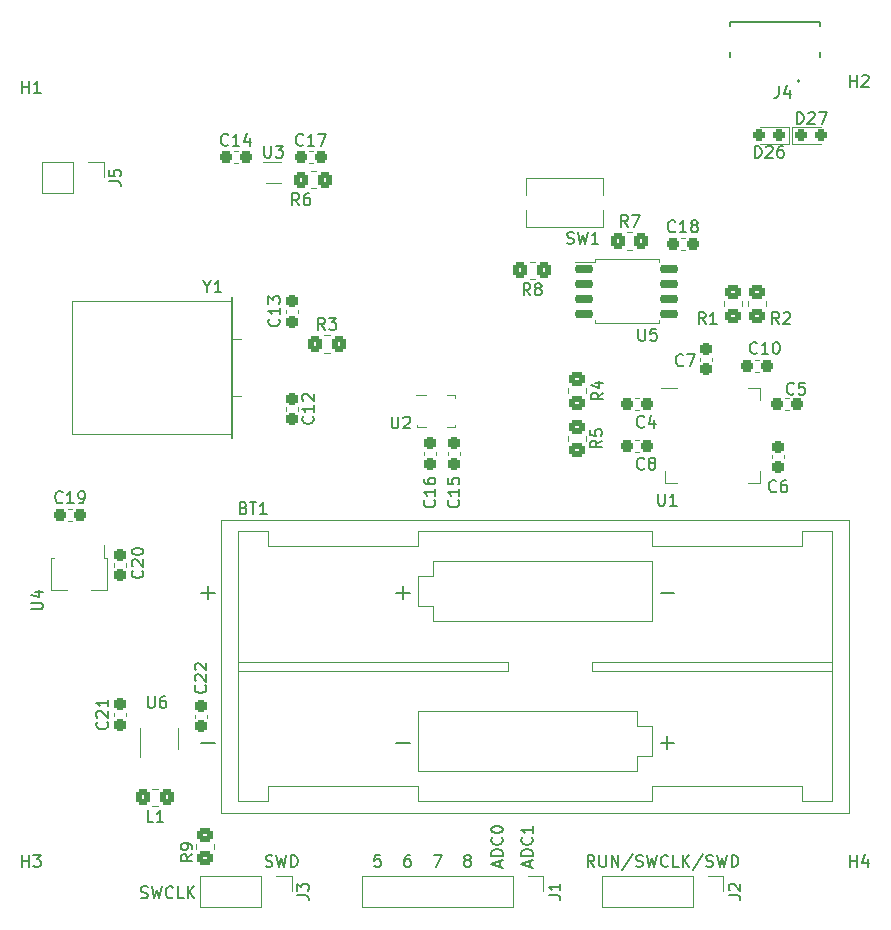
<source format=gto>
G04 #@! TF.GenerationSoftware,KiCad,Pcbnew,(6.0.5)*
G04 #@! TF.CreationDate,2023-03-01T16:26:38-05:00*
G04 #@! TF.ProjectId,control_board,636f6e74-726f-46c5-9f62-6f6172642e6b,rev?*
G04 #@! TF.SameCoordinates,Original*
G04 #@! TF.FileFunction,Legend,Top*
G04 #@! TF.FilePolarity,Positive*
%FSLAX46Y46*%
G04 Gerber Fmt 4.6, Leading zero omitted, Abs format (unit mm)*
G04 Created by KiCad (PCBNEW (6.0.5)) date 2023-03-01 16:26:38*
%MOMM*%
%LPD*%
G01*
G04 APERTURE LIST*
G04 Aperture macros list*
%AMRoundRect*
0 Rectangle with rounded corners*
0 $1 Rounding radius*
0 $2 $3 $4 $5 $6 $7 $8 $9 X,Y pos of 4 corners*
0 Add a 4 corners polygon primitive as box body*
4,1,4,$2,$3,$4,$5,$6,$7,$8,$9,$2,$3,0*
0 Add four circle primitives for the rounded corners*
1,1,$1+$1,$2,$3*
1,1,$1+$1,$4,$5*
1,1,$1+$1,$6,$7*
1,1,$1+$1,$8,$9*
0 Add four rect primitives between the rounded corners*
20,1,$1+$1,$2,$3,$4,$5,0*
20,1,$1+$1,$4,$5,$6,$7,0*
20,1,$1+$1,$6,$7,$8,$9,0*
20,1,$1+$1,$8,$9,$2,$3,0*%
%AMFreePoly0*
4,1,9,5.362500,-0.866500,1.237500,-0.866500,1.237500,-0.450000,-1.237500,-0.450000,-1.237500,0.450000,1.237500,0.450000,1.237500,0.866500,5.362500,0.866500,5.362500,-0.866500,5.362500,-0.866500,$1*%
G04 Aperture macros list end*
%ADD10C,0.150000*%
%ADD11C,0.120000*%
%ADD12C,0.127000*%
%ADD13C,0.200000*%
%ADD14C,0.100000*%
%ADD15C,2.100000*%
%ADD16RoundRect,0.237500X-0.287500X-0.237500X0.287500X-0.237500X0.287500X0.237500X-0.287500X0.237500X0*%
%ADD17RoundRect,0.237500X0.287500X0.237500X-0.287500X0.237500X-0.287500X-0.237500X0.287500X-0.237500X0*%
%ADD18R,1.700000X1.700000*%
%ADD19O,1.700000X1.700000*%
%ADD20C,0.500000*%
%ADD21R,0.400000X1.350000*%
%ADD22R,1.900000X1.900000*%
%ADD23O,0.900000X1.800000*%
%ADD24R,1.600000X1.400000*%
%ADD25RoundRect,0.237500X-0.237500X0.300000X-0.237500X-0.300000X0.237500X-0.300000X0.237500X0.300000X0*%
%ADD26RoundRect,0.237500X-0.300000X-0.237500X0.300000X-0.237500X0.300000X0.237500X-0.300000X0.237500X0*%
%ADD27RoundRect,0.250000X-0.350000X-0.450000X0.350000X-0.450000X0.350000X0.450000X-0.350000X0.450000X0*%
%ADD28R,0.650000X1.560000*%
%ADD29C,3.450000*%
%ADD30R,2.000000X2.000000*%
%ADD31C,2.000000*%
%ADD32R,0.900000X2.300000*%
%ADD33FreePoly0,270.000000*%
%ADD34RoundRect,0.237500X0.237500X-0.300000X0.237500X0.300000X-0.237500X0.300000X-0.237500X-0.300000X0*%
%ADD35RoundRect,0.150000X-0.650000X-0.150000X0.650000X-0.150000X0.650000X0.150000X-0.650000X0.150000X0*%
%ADD36RoundRect,0.250000X0.350000X0.450000X-0.350000X0.450000X-0.350000X-0.450000X0.350000X-0.450000X0*%
%ADD37RoundRect,0.250000X-0.450000X0.350000X-0.450000X-0.350000X0.450000X-0.350000X0.450000X0.350000X0*%
%ADD38R,0.675000X0.250000*%
%ADD39R,0.250000X0.675000*%
%ADD40C,1.500000*%
%ADD41RoundRect,0.237500X0.300000X0.237500X-0.300000X0.237500X-0.300000X-0.237500X0.300000X-0.237500X0*%
%ADD42O,0.875000X0.200000*%
%ADD43O,0.200000X0.875000*%
%ADD44R,3.200000X3.200000*%
%ADD45RoundRect,0.250000X0.450000X-0.350000X0.450000X0.350000X-0.450000X0.350000X-0.450000X-0.350000X0*%
%ADD46RoundRect,0.250000X0.325000X0.450000X-0.325000X0.450000X-0.325000X-0.450000X0.325000X-0.450000X0*%
%ADD47R,0.700000X0.340000*%
%ADD48R,2.108200X0.558800*%
G04 APERTURE END LIST*
D10*
X141509761Y-121800952D02*
X141414523Y-121753333D01*
X141366904Y-121705714D01*
X141319285Y-121610476D01*
X141319285Y-121562857D01*
X141366904Y-121467619D01*
X141414523Y-121420000D01*
X141509761Y-121372380D01*
X141700238Y-121372380D01*
X141795476Y-121420000D01*
X141843095Y-121467619D01*
X141890714Y-121562857D01*
X141890714Y-121610476D01*
X141843095Y-121705714D01*
X141795476Y-121753333D01*
X141700238Y-121800952D01*
X141509761Y-121800952D01*
X141414523Y-121848571D01*
X141366904Y-121896190D01*
X141319285Y-121991428D01*
X141319285Y-122181904D01*
X141366904Y-122277142D01*
X141414523Y-122324761D01*
X141509761Y-122372380D01*
X141700238Y-122372380D01*
X141795476Y-122324761D01*
X141843095Y-122277142D01*
X141890714Y-122181904D01*
X141890714Y-121991428D01*
X141843095Y-121896190D01*
X141795476Y-121848571D01*
X141700238Y-121800952D01*
X134223095Y-121372380D02*
X133746904Y-121372380D01*
X133699285Y-121848571D01*
X133746904Y-121800952D01*
X133842142Y-121753333D01*
X134080238Y-121753333D01*
X134175476Y-121800952D01*
X134223095Y-121848571D01*
X134270714Y-121943809D01*
X134270714Y-122181904D01*
X134223095Y-122277142D01*
X134175476Y-122324761D01*
X134080238Y-122372380D01*
X133842142Y-122372380D01*
X133746904Y-122324761D01*
X133699285Y-122277142D01*
X136715476Y-121372380D02*
X136525000Y-121372380D01*
X136429761Y-121420000D01*
X136382142Y-121467619D01*
X136286904Y-121610476D01*
X136239285Y-121800952D01*
X136239285Y-122181904D01*
X136286904Y-122277142D01*
X136334523Y-122324761D01*
X136429761Y-122372380D01*
X136620238Y-122372380D01*
X136715476Y-122324761D01*
X136763095Y-122277142D01*
X136810714Y-122181904D01*
X136810714Y-121943809D01*
X136763095Y-121848571D01*
X136715476Y-121800952D01*
X136620238Y-121753333D01*
X136429761Y-121753333D01*
X136334523Y-121800952D01*
X136286904Y-121848571D01*
X136239285Y-121943809D01*
X138731666Y-121372380D02*
X139398333Y-121372380D01*
X138969761Y-122372380D01*
X152329285Y-122372380D02*
X151995952Y-121896190D01*
X151757857Y-122372380D02*
X151757857Y-121372380D01*
X152138809Y-121372380D01*
X152234047Y-121420000D01*
X152281666Y-121467619D01*
X152329285Y-121562857D01*
X152329285Y-121705714D01*
X152281666Y-121800952D01*
X152234047Y-121848571D01*
X152138809Y-121896190D01*
X151757857Y-121896190D01*
X152757857Y-121372380D02*
X152757857Y-122181904D01*
X152805476Y-122277142D01*
X152853095Y-122324761D01*
X152948333Y-122372380D01*
X153138809Y-122372380D01*
X153234047Y-122324761D01*
X153281666Y-122277142D01*
X153329285Y-122181904D01*
X153329285Y-121372380D01*
X153805476Y-122372380D02*
X153805476Y-121372380D01*
X154376904Y-122372380D01*
X154376904Y-121372380D01*
X155567380Y-121324761D02*
X154710238Y-122610476D01*
X155853095Y-122324761D02*
X155995952Y-122372380D01*
X156234047Y-122372380D01*
X156329285Y-122324761D01*
X156376904Y-122277142D01*
X156424523Y-122181904D01*
X156424523Y-122086666D01*
X156376904Y-121991428D01*
X156329285Y-121943809D01*
X156234047Y-121896190D01*
X156043571Y-121848571D01*
X155948333Y-121800952D01*
X155900714Y-121753333D01*
X155853095Y-121658095D01*
X155853095Y-121562857D01*
X155900714Y-121467619D01*
X155948333Y-121420000D01*
X156043571Y-121372380D01*
X156281666Y-121372380D01*
X156424523Y-121420000D01*
X156757857Y-121372380D02*
X156995952Y-122372380D01*
X157186428Y-121658095D01*
X157376904Y-122372380D01*
X157615000Y-121372380D01*
X158567380Y-122277142D02*
X158519761Y-122324761D01*
X158376904Y-122372380D01*
X158281666Y-122372380D01*
X158138809Y-122324761D01*
X158043571Y-122229523D01*
X157995952Y-122134285D01*
X157948333Y-121943809D01*
X157948333Y-121800952D01*
X157995952Y-121610476D01*
X158043571Y-121515238D01*
X158138809Y-121420000D01*
X158281666Y-121372380D01*
X158376904Y-121372380D01*
X158519761Y-121420000D01*
X158567380Y-121467619D01*
X159472142Y-122372380D02*
X158995952Y-122372380D01*
X158995952Y-121372380D01*
X159805476Y-122372380D02*
X159805476Y-121372380D01*
X160376904Y-122372380D02*
X159948333Y-121800952D01*
X160376904Y-121372380D02*
X159805476Y-121943809D01*
X161519761Y-121324761D02*
X160662619Y-122610476D01*
X161805476Y-122324761D02*
X161948333Y-122372380D01*
X162186428Y-122372380D01*
X162281666Y-122324761D01*
X162329285Y-122277142D01*
X162376904Y-122181904D01*
X162376904Y-122086666D01*
X162329285Y-121991428D01*
X162281666Y-121943809D01*
X162186428Y-121896190D01*
X161995952Y-121848571D01*
X161900714Y-121800952D01*
X161853095Y-121753333D01*
X161805476Y-121658095D01*
X161805476Y-121562857D01*
X161853095Y-121467619D01*
X161900714Y-121420000D01*
X161995952Y-121372380D01*
X162234047Y-121372380D01*
X162376904Y-121420000D01*
X162710238Y-121372380D02*
X162948333Y-122372380D01*
X163138809Y-121658095D01*
X163329285Y-122372380D01*
X163567380Y-121372380D01*
X163948333Y-122372380D02*
X163948333Y-121372380D01*
X164186428Y-121372380D01*
X164329285Y-121420000D01*
X164424523Y-121515238D01*
X164472142Y-121610476D01*
X164519761Y-121800952D01*
X164519761Y-121943809D01*
X164472142Y-122134285D01*
X164424523Y-122229523D01*
X164329285Y-122324761D01*
X164186428Y-122372380D01*
X163948333Y-122372380D01*
X113943095Y-124991761D02*
X114085952Y-125039380D01*
X114324047Y-125039380D01*
X114419285Y-124991761D01*
X114466904Y-124944142D01*
X114514523Y-124848904D01*
X114514523Y-124753666D01*
X114466904Y-124658428D01*
X114419285Y-124610809D01*
X114324047Y-124563190D01*
X114133571Y-124515571D01*
X114038333Y-124467952D01*
X113990714Y-124420333D01*
X113943095Y-124325095D01*
X113943095Y-124229857D01*
X113990714Y-124134619D01*
X114038333Y-124087000D01*
X114133571Y-124039380D01*
X114371666Y-124039380D01*
X114514523Y-124087000D01*
X114847857Y-124039380D02*
X115085952Y-125039380D01*
X115276428Y-124325095D01*
X115466904Y-125039380D01*
X115705000Y-124039380D01*
X116657380Y-124944142D02*
X116609761Y-124991761D01*
X116466904Y-125039380D01*
X116371666Y-125039380D01*
X116228809Y-124991761D01*
X116133571Y-124896523D01*
X116085952Y-124801285D01*
X116038333Y-124610809D01*
X116038333Y-124467952D01*
X116085952Y-124277476D01*
X116133571Y-124182238D01*
X116228809Y-124087000D01*
X116371666Y-124039380D01*
X116466904Y-124039380D01*
X116609761Y-124087000D01*
X116657380Y-124134619D01*
X117562142Y-125039380D02*
X117085952Y-125039380D01*
X117085952Y-124039380D01*
X117895476Y-125039380D02*
X117895476Y-124039380D01*
X118466904Y-125039380D02*
X118038333Y-124467952D01*
X118466904Y-124039380D02*
X117895476Y-124610809D01*
X124507857Y-122324761D02*
X124650714Y-122372380D01*
X124888809Y-122372380D01*
X124984047Y-122324761D01*
X125031666Y-122277142D01*
X125079285Y-122181904D01*
X125079285Y-122086666D01*
X125031666Y-121991428D01*
X124984047Y-121943809D01*
X124888809Y-121896190D01*
X124698333Y-121848571D01*
X124603095Y-121800952D01*
X124555476Y-121753333D01*
X124507857Y-121658095D01*
X124507857Y-121562857D01*
X124555476Y-121467619D01*
X124603095Y-121420000D01*
X124698333Y-121372380D01*
X124936428Y-121372380D01*
X125079285Y-121420000D01*
X125412619Y-121372380D02*
X125650714Y-122372380D01*
X125841190Y-121658095D01*
X126031666Y-122372380D01*
X126269761Y-121372380D01*
X126650714Y-122372380D02*
X126650714Y-121372380D01*
X126888809Y-121372380D01*
X127031666Y-121420000D01*
X127126904Y-121515238D01*
X127174523Y-121610476D01*
X127222142Y-121800952D01*
X127222142Y-121943809D01*
X127174523Y-122134285D01*
X127126904Y-122229523D01*
X127031666Y-122324761D01*
X126888809Y-122372380D01*
X126650714Y-122372380D01*
X144311666Y-122364285D02*
X144311666Y-121888095D01*
X144597380Y-122459523D02*
X143597380Y-122126190D01*
X144597380Y-121792857D01*
X144597380Y-121459523D02*
X143597380Y-121459523D01*
X143597380Y-121221428D01*
X143645000Y-121078571D01*
X143740238Y-120983333D01*
X143835476Y-120935714D01*
X144025952Y-120888095D01*
X144168809Y-120888095D01*
X144359285Y-120935714D01*
X144454523Y-120983333D01*
X144549761Y-121078571D01*
X144597380Y-121221428D01*
X144597380Y-121459523D01*
X144502142Y-119888095D02*
X144549761Y-119935714D01*
X144597380Y-120078571D01*
X144597380Y-120173809D01*
X144549761Y-120316666D01*
X144454523Y-120411904D01*
X144359285Y-120459523D01*
X144168809Y-120507142D01*
X144025952Y-120507142D01*
X143835476Y-120459523D01*
X143740238Y-120411904D01*
X143645000Y-120316666D01*
X143597380Y-120173809D01*
X143597380Y-120078571D01*
X143645000Y-119935714D01*
X143692619Y-119888095D01*
X143597380Y-119269047D02*
X143597380Y-119173809D01*
X143645000Y-119078571D01*
X143692619Y-119030952D01*
X143787857Y-118983333D01*
X143978333Y-118935714D01*
X144216428Y-118935714D01*
X144406904Y-118983333D01*
X144502142Y-119030952D01*
X144549761Y-119078571D01*
X144597380Y-119173809D01*
X144597380Y-119269047D01*
X144549761Y-119364285D01*
X144502142Y-119411904D01*
X144406904Y-119459523D01*
X144216428Y-119507142D01*
X143978333Y-119507142D01*
X143787857Y-119459523D01*
X143692619Y-119411904D01*
X143645000Y-119364285D01*
X143597380Y-119269047D01*
X146851666Y-122364285D02*
X146851666Y-121888095D01*
X147137380Y-122459523D02*
X146137380Y-122126190D01*
X147137380Y-121792857D01*
X147137380Y-121459523D02*
X146137380Y-121459523D01*
X146137380Y-121221428D01*
X146185000Y-121078571D01*
X146280238Y-120983333D01*
X146375476Y-120935714D01*
X146565952Y-120888095D01*
X146708809Y-120888095D01*
X146899285Y-120935714D01*
X146994523Y-120983333D01*
X147089761Y-121078571D01*
X147137380Y-121221428D01*
X147137380Y-121459523D01*
X147042142Y-119888095D02*
X147089761Y-119935714D01*
X147137380Y-120078571D01*
X147137380Y-120173809D01*
X147089761Y-120316666D01*
X146994523Y-120411904D01*
X146899285Y-120459523D01*
X146708809Y-120507142D01*
X146565952Y-120507142D01*
X146375476Y-120459523D01*
X146280238Y-120411904D01*
X146185000Y-120316666D01*
X146137380Y-120173809D01*
X146137380Y-120078571D01*
X146185000Y-119935714D01*
X146232619Y-119888095D01*
X147137380Y-118935714D02*
X147137380Y-119507142D01*
X147137380Y-119221428D02*
X146137380Y-119221428D01*
X146280238Y-119316666D01*
X146375476Y-119411904D01*
X146423095Y-119507142D01*
X173990095Y-122372380D02*
X173990095Y-121372380D01*
X173990095Y-121848571D02*
X174561523Y-121848571D01*
X174561523Y-122372380D02*
X174561523Y-121372380D01*
X175466285Y-121705714D02*
X175466285Y-122372380D01*
X175228190Y-121324761D02*
X174990095Y-122039047D01*
X175609142Y-122039047D01*
X103886095Y-122372380D02*
X103886095Y-121372380D01*
X103886095Y-121848571D02*
X104457523Y-121848571D01*
X104457523Y-122372380D02*
X104457523Y-121372380D01*
X104838476Y-121372380D02*
X105457523Y-121372380D01*
X105124190Y-121753333D01*
X105267047Y-121753333D01*
X105362285Y-121800952D01*
X105409904Y-121848571D01*
X105457523Y-121943809D01*
X105457523Y-122181904D01*
X105409904Y-122277142D01*
X105362285Y-122324761D01*
X105267047Y-122372380D01*
X104981333Y-122372380D01*
X104886095Y-122324761D01*
X104838476Y-122277142D01*
X173990095Y-56332380D02*
X173990095Y-55332380D01*
X173990095Y-55808571D02*
X174561523Y-55808571D01*
X174561523Y-56332380D02*
X174561523Y-55332380D01*
X174990095Y-55427619D02*
X175037714Y-55380000D01*
X175132952Y-55332380D01*
X175371047Y-55332380D01*
X175466285Y-55380000D01*
X175513904Y-55427619D01*
X175561523Y-55522857D01*
X175561523Y-55618095D01*
X175513904Y-55760952D01*
X174942476Y-56332380D01*
X175561523Y-56332380D01*
X103886095Y-56840380D02*
X103886095Y-55840380D01*
X103886095Y-56316571D02*
X104457523Y-56316571D01*
X104457523Y-56840380D02*
X104457523Y-55840380D01*
X105457523Y-56840380D02*
X104886095Y-56840380D01*
X105171809Y-56840380D02*
X105171809Y-55840380D01*
X105076571Y-55983238D01*
X104981333Y-56078476D01*
X104886095Y-56126095D01*
X169473714Y-59474380D02*
X169473714Y-58474380D01*
X169711809Y-58474380D01*
X169854666Y-58522000D01*
X169949904Y-58617238D01*
X169997523Y-58712476D01*
X170045142Y-58902952D01*
X170045142Y-59045809D01*
X169997523Y-59236285D01*
X169949904Y-59331523D01*
X169854666Y-59426761D01*
X169711809Y-59474380D01*
X169473714Y-59474380D01*
X170426095Y-58569619D02*
X170473714Y-58522000D01*
X170568952Y-58474380D01*
X170807047Y-58474380D01*
X170902285Y-58522000D01*
X170949904Y-58569619D01*
X170997523Y-58664857D01*
X170997523Y-58760095D01*
X170949904Y-58902952D01*
X170378476Y-59474380D01*
X170997523Y-59474380D01*
X171330857Y-58474380D02*
X171997523Y-58474380D01*
X171568952Y-59474380D01*
X165917714Y-62334380D02*
X165917714Y-61334380D01*
X166155809Y-61334380D01*
X166298666Y-61382000D01*
X166393904Y-61477238D01*
X166441523Y-61572476D01*
X166489142Y-61762952D01*
X166489142Y-61905809D01*
X166441523Y-62096285D01*
X166393904Y-62191523D01*
X166298666Y-62286761D01*
X166155809Y-62334380D01*
X165917714Y-62334380D01*
X166870095Y-61429619D02*
X166917714Y-61382000D01*
X167012952Y-61334380D01*
X167251047Y-61334380D01*
X167346285Y-61382000D01*
X167393904Y-61429619D01*
X167441523Y-61524857D01*
X167441523Y-61620095D01*
X167393904Y-61762952D01*
X166822476Y-62334380D01*
X167441523Y-62334380D01*
X168298666Y-61334380D02*
X168108190Y-61334380D01*
X168012952Y-61382000D01*
X167965333Y-61429619D01*
X167870095Y-61572476D01*
X167822476Y-61762952D01*
X167822476Y-62143904D01*
X167870095Y-62239142D01*
X167917714Y-62286761D01*
X168012952Y-62334380D01*
X168203428Y-62334380D01*
X168298666Y-62286761D01*
X168346285Y-62239142D01*
X168393904Y-62143904D01*
X168393904Y-61905809D01*
X168346285Y-61810571D01*
X168298666Y-61762952D01*
X168203428Y-61715333D01*
X168012952Y-61715333D01*
X167917714Y-61762952D01*
X167870095Y-61810571D01*
X167822476Y-61905809D01*
X163707380Y-124793333D02*
X164421666Y-124793333D01*
X164564523Y-124840952D01*
X164659761Y-124936190D01*
X164707380Y-125079047D01*
X164707380Y-125174285D01*
X163802619Y-124364761D02*
X163755000Y-124317142D01*
X163707380Y-124221904D01*
X163707380Y-123983809D01*
X163755000Y-123888571D01*
X163802619Y-123840952D01*
X163897857Y-123793333D01*
X163993095Y-123793333D01*
X164135952Y-123840952D01*
X164707380Y-124412380D01*
X164707380Y-123793333D01*
X167964326Y-56265300D02*
X167964326Y-56979586D01*
X167916707Y-57122443D01*
X167821469Y-57217681D01*
X167678612Y-57265300D01*
X167583374Y-57265300D01*
X168869088Y-56598634D02*
X168869088Y-57265300D01*
X168630993Y-56217681D02*
X168392898Y-56931967D01*
X169011945Y-56931967D01*
X128484142Y-84242857D02*
X128531761Y-84290476D01*
X128579380Y-84433333D01*
X128579380Y-84528571D01*
X128531761Y-84671428D01*
X128436523Y-84766666D01*
X128341285Y-84814285D01*
X128150809Y-84861904D01*
X128007952Y-84861904D01*
X127817476Y-84814285D01*
X127722238Y-84766666D01*
X127627000Y-84671428D01*
X127579380Y-84528571D01*
X127579380Y-84433333D01*
X127627000Y-84290476D01*
X127674619Y-84242857D01*
X128579380Y-83290476D02*
X128579380Y-83861904D01*
X128579380Y-83576190D02*
X127579380Y-83576190D01*
X127722238Y-83671428D01*
X127817476Y-83766666D01*
X127865095Y-83861904D01*
X127674619Y-82909523D02*
X127627000Y-82861904D01*
X127579380Y-82766666D01*
X127579380Y-82528571D01*
X127627000Y-82433333D01*
X127674619Y-82385714D01*
X127769857Y-82338095D01*
X127865095Y-82338095D01*
X128007952Y-82385714D01*
X128579380Y-82957142D01*
X128579380Y-82338095D01*
X159182642Y-68554642D02*
X159135023Y-68602261D01*
X158992166Y-68649880D01*
X158896928Y-68649880D01*
X158754071Y-68602261D01*
X158658833Y-68507023D01*
X158611214Y-68411785D01*
X158563595Y-68221309D01*
X158563595Y-68078452D01*
X158611214Y-67887976D01*
X158658833Y-67792738D01*
X158754071Y-67697500D01*
X158896928Y-67649880D01*
X158992166Y-67649880D01*
X159135023Y-67697500D01*
X159182642Y-67745119D01*
X160135023Y-68649880D02*
X159563595Y-68649880D01*
X159849309Y-68649880D02*
X159849309Y-67649880D01*
X159754071Y-67792738D01*
X159658833Y-67887976D01*
X159563595Y-67935595D01*
X160706452Y-68078452D02*
X160611214Y-68030833D01*
X160563595Y-67983214D01*
X160515976Y-67887976D01*
X160515976Y-67840357D01*
X160563595Y-67745119D01*
X160611214Y-67697500D01*
X160706452Y-67649880D01*
X160896928Y-67649880D01*
X160992166Y-67697500D01*
X161039785Y-67745119D01*
X161087404Y-67840357D01*
X161087404Y-67887976D01*
X161039785Y-67983214D01*
X160992166Y-68030833D01*
X160896928Y-68078452D01*
X160706452Y-68078452D01*
X160611214Y-68126071D01*
X160563595Y-68173690D01*
X160515976Y-68268928D01*
X160515976Y-68459404D01*
X160563595Y-68554642D01*
X160611214Y-68602261D01*
X160706452Y-68649880D01*
X160896928Y-68649880D01*
X160992166Y-68602261D01*
X161039785Y-68554642D01*
X161087404Y-68459404D01*
X161087404Y-68268928D01*
X161039785Y-68173690D01*
X160992166Y-68126071D01*
X160896928Y-68078452D01*
X107307142Y-91489642D02*
X107259523Y-91537261D01*
X107116666Y-91584880D01*
X107021428Y-91584880D01*
X106878571Y-91537261D01*
X106783333Y-91442023D01*
X106735714Y-91346785D01*
X106688095Y-91156309D01*
X106688095Y-91013452D01*
X106735714Y-90822976D01*
X106783333Y-90727738D01*
X106878571Y-90632500D01*
X107021428Y-90584880D01*
X107116666Y-90584880D01*
X107259523Y-90632500D01*
X107307142Y-90680119D01*
X108259523Y-91584880D02*
X107688095Y-91584880D01*
X107973809Y-91584880D02*
X107973809Y-90584880D01*
X107878571Y-90727738D01*
X107783333Y-90822976D01*
X107688095Y-90870595D01*
X108735714Y-91584880D02*
X108926190Y-91584880D01*
X109021428Y-91537261D01*
X109069047Y-91489642D01*
X109164285Y-91346785D01*
X109211904Y-91156309D01*
X109211904Y-90775357D01*
X109164285Y-90680119D01*
X109116666Y-90632500D01*
X109021428Y-90584880D01*
X108830952Y-90584880D01*
X108735714Y-90632500D01*
X108688095Y-90680119D01*
X108640476Y-90775357D01*
X108640476Y-91013452D01*
X108688095Y-91108690D01*
X108735714Y-91156309D01*
X108830952Y-91203928D01*
X109021428Y-91203928D01*
X109116666Y-91156309D01*
X109164285Y-91108690D01*
X109211904Y-91013452D01*
X169243333Y-82300642D02*
X169195714Y-82348261D01*
X169052857Y-82395880D01*
X168957619Y-82395880D01*
X168814761Y-82348261D01*
X168719523Y-82253023D01*
X168671904Y-82157785D01*
X168624285Y-81967309D01*
X168624285Y-81824452D01*
X168671904Y-81633976D01*
X168719523Y-81538738D01*
X168814761Y-81443500D01*
X168957619Y-81395880D01*
X169052857Y-81395880D01*
X169195714Y-81443500D01*
X169243333Y-81491119D01*
X170148095Y-81395880D02*
X169671904Y-81395880D01*
X169624285Y-81872071D01*
X169671904Y-81824452D01*
X169767142Y-81776833D01*
X170005238Y-81776833D01*
X170100476Y-81824452D01*
X170148095Y-81872071D01*
X170195714Y-81967309D01*
X170195714Y-82205404D01*
X170148095Y-82300642D01*
X170100476Y-82348261D01*
X170005238Y-82395880D01*
X169767142Y-82395880D01*
X169671904Y-82348261D01*
X169624285Y-82300642D01*
X127348783Y-66360180D02*
X127015450Y-65883990D01*
X126777354Y-66360180D02*
X126777354Y-65360180D01*
X127158307Y-65360180D01*
X127253545Y-65407800D01*
X127301164Y-65455419D01*
X127348783Y-65550657D01*
X127348783Y-65693514D01*
X127301164Y-65788752D01*
X127253545Y-65836371D01*
X127158307Y-65883990D01*
X126777354Y-65883990D01*
X128205926Y-65360180D02*
X128015450Y-65360180D01*
X127920211Y-65407800D01*
X127872592Y-65455419D01*
X127777354Y-65598276D01*
X127729735Y-65788752D01*
X127729735Y-66169704D01*
X127777354Y-66264942D01*
X127824973Y-66312561D01*
X127920211Y-66360180D01*
X128110688Y-66360180D01*
X128205926Y-66312561D01*
X128253545Y-66264942D01*
X128301164Y-66169704D01*
X128301164Y-65931609D01*
X128253545Y-65836371D01*
X128205926Y-65788752D01*
X128110688Y-65741133D01*
X127920211Y-65741133D01*
X127824973Y-65788752D01*
X127777354Y-65836371D01*
X127729735Y-65931609D01*
X114537695Y-107935780D02*
X114537695Y-108745304D01*
X114585314Y-108840542D01*
X114632933Y-108888161D01*
X114728171Y-108935780D01*
X114918647Y-108935780D01*
X115013885Y-108888161D01*
X115061504Y-108840542D01*
X115109123Y-108745304D01*
X115109123Y-107935780D01*
X116013885Y-107935780D02*
X115823409Y-107935780D01*
X115728171Y-107983400D01*
X115680552Y-108031019D01*
X115585314Y-108173876D01*
X115537695Y-108364352D01*
X115537695Y-108745304D01*
X115585314Y-108840542D01*
X115632933Y-108888161D01*
X115728171Y-108935780D01*
X115918647Y-108935780D01*
X116013885Y-108888161D01*
X116061504Y-108840542D01*
X116109123Y-108745304D01*
X116109123Y-108507209D01*
X116061504Y-108411971D01*
X116013885Y-108364352D01*
X115918647Y-108316733D01*
X115728171Y-108316733D01*
X115632933Y-108364352D01*
X115585314Y-108411971D01*
X115537695Y-108507209D01*
X122634285Y-91988571D02*
X122777142Y-92036190D01*
X122824761Y-92083809D01*
X122872380Y-92179047D01*
X122872380Y-92321904D01*
X122824761Y-92417142D01*
X122777142Y-92464761D01*
X122681904Y-92512380D01*
X122300952Y-92512380D01*
X122300952Y-91512380D01*
X122634285Y-91512380D01*
X122729523Y-91560000D01*
X122777142Y-91607619D01*
X122824761Y-91702857D01*
X122824761Y-91798095D01*
X122777142Y-91893333D01*
X122729523Y-91940952D01*
X122634285Y-91988571D01*
X122300952Y-91988571D01*
X123158095Y-91512380D02*
X123729523Y-91512380D01*
X123443809Y-92512380D02*
X123443809Y-91512380D01*
X124586666Y-92512380D02*
X124015238Y-92512380D01*
X124300952Y-92512380D02*
X124300952Y-91512380D01*
X124205714Y-91655238D01*
X124110476Y-91750476D01*
X124015238Y-91798095D01*
X135548571Y-111867142D02*
X136691428Y-111867142D01*
X119038571Y-111867142D02*
X120181428Y-111867142D01*
X157948571Y-99167142D02*
X159091428Y-99167142D01*
X135548571Y-99167142D02*
X136691428Y-99167142D01*
X136120000Y-99738571D02*
X136120000Y-98595714D01*
X119038571Y-99167142D02*
X120181428Y-99167142D01*
X119610000Y-99738571D02*
X119610000Y-98595714D01*
X157948571Y-111867142D02*
X159091428Y-111867142D01*
X158520000Y-112438571D02*
X158520000Y-111295714D01*
X104652380Y-100574404D02*
X105461904Y-100574404D01*
X105557142Y-100526785D01*
X105604761Y-100479166D01*
X105652380Y-100383928D01*
X105652380Y-100193452D01*
X105604761Y-100098214D01*
X105557142Y-100050595D01*
X105461904Y-100002976D01*
X104652380Y-100002976D01*
X104985714Y-99098214D02*
X105652380Y-99098214D01*
X104604761Y-99336309D02*
X105319047Y-99574404D01*
X105319047Y-98955357D01*
X119390321Y-107021556D02*
X119437940Y-107069175D01*
X119485559Y-107212032D01*
X119485559Y-107307270D01*
X119437940Y-107450127D01*
X119342702Y-107545365D01*
X119247464Y-107592984D01*
X119056988Y-107640603D01*
X118914131Y-107640603D01*
X118723655Y-107592984D01*
X118628417Y-107545365D01*
X118533179Y-107450127D01*
X118485559Y-107307270D01*
X118485559Y-107212032D01*
X118533179Y-107069175D01*
X118580798Y-107021556D01*
X118580798Y-106640603D02*
X118533179Y-106592984D01*
X118485559Y-106497746D01*
X118485559Y-106259651D01*
X118533179Y-106164413D01*
X118580798Y-106116794D01*
X118676036Y-106069175D01*
X118771274Y-106069175D01*
X118914131Y-106116794D01*
X119485559Y-106688222D01*
X119485559Y-106069175D01*
X118580798Y-105688222D02*
X118533179Y-105640603D01*
X118485559Y-105545365D01*
X118485559Y-105307270D01*
X118533179Y-105212032D01*
X118580798Y-105164413D01*
X118676036Y-105116794D01*
X118771274Y-105116794D01*
X118914131Y-105164413D01*
X119485559Y-105735841D01*
X119485559Y-105116794D01*
X127147380Y-124793333D02*
X127861666Y-124793333D01*
X128004523Y-124840952D01*
X128099761Y-124936190D01*
X128147380Y-125079047D01*
X128147380Y-125174285D01*
X127147380Y-124412380D02*
X127147380Y-123793333D01*
X127528333Y-124126666D01*
X127528333Y-123983809D01*
X127575952Y-123888571D01*
X127623571Y-123840952D01*
X127718809Y-123793333D01*
X127956904Y-123793333D01*
X128052142Y-123840952D01*
X128099761Y-123888571D01*
X128147380Y-123983809D01*
X128147380Y-124269523D01*
X128099761Y-124364761D01*
X128052142Y-124412380D01*
X167727333Y-90554642D02*
X167679714Y-90602261D01*
X167536857Y-90649880D01*
X167441619Y-90649880D01*
X167298761Y-90602261D01*
X167203523Y-90507023D01*
X167155904Y-90411785D01*
X167108285Y-90221309D01*
X167108285Y-90078452D01*
X167155904Y-89887976D01*
X167203523Y-89792738D01*
X167298761Y-89697500D01*
X167441619Y-89649880D01*
X167536857Y-89649880D01*
X167679714Y-89697500D01*
X167727333Y-89745119D01*
X168584476Y-89649880D02*
X168394000Y-89649880D01*
X168298761Y-89697500D01*
X168251142Y-89745119D01*
X168155904Y-89887976D01*
X168108285Y-90078452D01*
X168108285Y-90459404D01*
X168155904Y-90554642D01*
X168203523Y-90602261D01*
X168298761Y-90649880D01*
X168489238Y-90649880D01*
X168584476Y-90602261D01*
X168632095Y-90554642D01*
X168679714Y-90459404D01*
X168679714Y-90221309D01*
X168632095Y-90126071D01*
X168584476Y-90078452D01*
X168489238Y-90030833D01*
X168298761Y-90030833D01*
X168203523Y-90078452D01*
X168155904Y-90126071D01*
X168108285Y-90221309D01*
X156063595Y-76829880D02*
X156063595Y-77639404D01*
X156111214Y-77734642D01*
X156158833Y-77782261D01*
X156254071Y-77829880D01*
X156444547Y-77829880D01*
X156539785Y-77782261D01*
X156587404Y-77734642D01*
X156635023Y-77639404D01*
X156635023Y-76829880D01*
X157587404Y-76829880D02*
X157111214Y-76829880D01*
X157063595Y-77306071D01*
X157111214Y-77258452D01*
X157206452Y-77210833D01*
X157444547Y-77210833D01*
X157539785Y-77258452D01*
X157587404Y-77306071D01*
X157635023Y-77401309D01*
X157635023Y-77639404D01*
X157587404Y-77734642D01*
X157539785Y-77782261D01*
X157444547Y-77829880D01*
X157206452Y-77829880D01*
X157111214Y-77782261D01*
X157063595Y-77734642D01*
X146908833Y-73979880D02*
X146575500Y-73503690D01*
X146337404Y-73979880D02*
X146337404Y-72979880D01*
X146718357Y-72979880D01*
X146813595Y-73027500D01*
X146861214Y-73075119D01*
X146908833Y-73170357D01*
X146908833Y-73313214D01*
X146861214Y-73408452D01*
X146813595Y-73456071D01*
X146718357Y-73503690D01*
X146337404Y-73503690D01*
X147480261Y-73408452D02*
X147385023Y-73360833D01*
X147337404Y-73313214D01*
X147289785Y-73217976D01*
X147289785Y-73170357D01*
X147337404Y-73075119D01*
X147385023Y-73027500D01*
X147480261Y-72979880D01*
X147670738Y-72979880D01*
X147765976Y-73027500D01*
X147813595Y-73075119D01*
X147861214Y-73170357D01*
X147861214Y-73217976D01*
X147813595Y-73313214D01*
X147765976Y-73360833D01*
X147670738Y-73408452D01*
X147480261Y-73408452D01*
X147385023Y-73456071D01*
X147337404Y-73503690D01*
X147289785Y-73598928D01*
X147289785Y-73789404D01*
X147337404Y-73884642D01*
X147385023Y-73932261D01*
X147480261Y-73979880D01*
X147670738Y-73979880D01*
X147765976Y-73932261D01*
X147813595Y-73884642D01*
X147861214Y-73789404D01*
X147861214Y-73598928D01*
X147813595Y-73503690D01*
X147765976Y-73456071D01*
X147670738Y-73408452D01*
X148467380Y-124793333D02*
X149181666Y-124793333D01*
X149324523Y-124840952D01*
X149419761Y-124936190D01*
X149467380Y-125079047D01*
X149467380Y-125174285D01*
X149467380Y-123793333D02*
X149467380Y-124364761D01*
X149467380Y-124079047D02*
X148467380Y-124079047D01*
X148610238Y-124174285D01*
X148705476Y-124269523D01*
X148753095Y-124364761D01*
X140819142Y-91320857D02*
X140866761Y-91368476D01*
X140914380Y-91511333D01*
X140914380Y-91606571D01*
X140866761Y-91749428D01*
X140771523Y-91844666D01*
X140676285Y-91892285D01*
X140485809Y-91939904D01*
X140342952Y-91939904D01*
X140152476Y-91892285D01*
X140057238Y-91844666D01*
X139962000Y-91749428D01*
X139914380Y-91606571D01*
X139914380Y-91511333D01*
X139962000Y-91368476D01*
X140009619Y-91320857D01*
X140914380Y-90368476D02*
X140914380Y-90939904D01*
X140914380Y-90654190D02*
X139914380Y-90654190D01*
X140057238Y-90749428D01*
X140152476Y-90844666D01*
X140200095Y-90939904D01*
X139914380Y-89463714D02*
X139914380Y-89939904D01*
X140390571Y-89987523D01*
X140342952Y-89939904D01*
X140295333Y-89844666D01*
X140295333Y-89606571D01*
X140342952Y-89511333D01*
X140390571Y-89463714D01*
X140485809Y-89416095D01*
X140723904Y-89416095D01*
X140819142Y-89463714D01*
X140866761Y-89511333D01*
X140914380Y-89606571D01*
X140914380Y-89844666D01*
X140866761Y-89939904D01*
X140819142Y-89987523D01*
X118308380Y-121324666D02*
X117832190Y-121658000D01*
X118308380Y-121896095D02*
X117308380Y-121896095D01*
X117308380Y-121515142D01*
X117356000Y-121419904D01*
X117403619Y-121372285D01*
X117498857Y-121324666D01*
X117641714Y-121324666D01*
X117736952Y-121372285D01*
X117784571Y-121419904D01*
X117832190Y-121515142D01*
X117832190Y-121896095D01*
X118308380Y-120848476D02*
X118308380Y-120658000D01*
X118260761Y-120562761D01*
X118213142Y-120515142D01*
X118070285Y-120419904D01*
X117879809Y-120372285D01*
X117498857Y-120372285D01*
X117403619Y-120419904D01*
X117356000Y-120467523D01*
X117308380Y-120562761D01*
X117308380Y-120753238D01*
X117356000Y-120848476D01*
X117403619Y-120896095D01*
X117498857Y-120943714D01*
X117736952Y-120943714D01*
X117832190Y-120896095D01*
X117879809Y-120848476D01*
X117927428Y-120753238D01*
X117927428Y-120562761D01*
X117879809Y-120467523D01*
X117832190Y-120419904D01*
X117736952Y-120372285D01*
X159853333Y-79886642D02*
X159805714Y-79934261D01*
X159662857Y-79981880D01*
X159567619Y-79981880D01*
X159424761Y-79934261D01*
X159329523Y-79839023D01*
X159281904Y-79743785D01*
X159234285Y-79553309D01*
X159234285Y-79410452D01*
X159281904Y-79219976D01*
X159329523Y-79124738D01*
X159424761Y-79029500D01*
X159567619Y-78981880D01*
X159662857Y-78981880D01*
X159805714Y-79029500D01*
X159853333Y-79077119D01*
X160186666Y-78981880D02*
X160853333Y-78981880D01*
X160424761Y-79981880D01*
X135176095Y-84259880D02*
X135176095Y-85069404D01*
X135223714Y-85164642D01*
X135271333Y-85212261D01*
X135366571Y-85259880D01*
X135557047Y-85259880D01*
X135652285Y-85212261D01*
X135699904Y-85164642D01*
X135747523Y-85069404D01*
X135747523Y-84259880D01*
X136176095Y-84355119D02*
X136223714Y-84307500D01*
X136318952Y-84259880D01*
X136557047Y-84259880D01*
X136652285Y-84307500D01*
X136699904Y-84355119D01*
X136747523Y-84450357D01*
X136747523Y-84545595D01*
X136699904Y-84688452D01*
X136128476Y-85259880D01*
X136747523Y-85259880D01*
X119558309Y-73251190D02*
X119558309Y-73727380D01*
X119224976Y-72727380D02*
X119558309Y-73251190D01*
X119891642Y-72727380D01*
X120748785Y-73727380D02*
X120177357Y-73727380D01*
X120463071Y-73727380D02*
X120463071Y-72727380D01*
X120367833Y-72870238D01*
X120272595Y-72965476D01*
X120177357Y-73013095D01*
X155158833Y-68179880D02*
X154825500Y-67703690D01*
X154587404Y-68179880D02*
X154587404Y-67179880D01*
X154968357Y-67179880D01*
X155063595Y-67227500D01*
X155111214Y-67275119D01*
X155158833Y-67370357D01*
X155158833Y-67513214D01*
X155111214Y-67608452D01*
X155063595Y-67656071D01*
X154968357Y-67703690D01*
X154587404Y-67703690D01*
X155492166Y-67179880D02*
X156158833Y-67179880D01*
X155730261Y-68179880D01*
X156559333Y-88648642D02*
X156511714Y-88696261D01*
X156368857Y-88743880D01*
X156273619Y-88743880D01*
X156130761Y-88696261D01*
X156035523Y-88601023D01*
X155987904Y-88505785D01*
X155940285Y-88315309D01*
X155940285Y-88172452D01*
X155987904Y-87981976D01*
X156035523Y-87886738D01*
X156130761Y-87791500D01*
X156273619Y-87743880D01*
X156368857Y-87743880D01*
X156511714Y-87791500D01*
X156559333Y-87839119D01*
X157130761Y-88172452D02*
X157035523Y-88124833D01*
X156987904Y-88077214D01*
X156940285Y-87981976D01*
X156940285Y-87934357D01*
X156987904Y-87839119D01*
X157035523Y-87791500D01*
X157130761Y-87743880D01*
X157321238Y-87743880D01*
X157416476Y-87791500D01*
X157464095Y-87839119D01*
X157511714Y-87934357D01*
X157511714Y-87981976D01*
X157464095Y-88077214D01*
X157416476Y-88124833D01*
X157321238Y-88172452D01*
X157130761Y-88172452D01*
X157035523Y-88220071D01*
X156987904Y-88267690D01*
X156940285Y-88362928D01*
X156940285Y-88553404D01*
X156987904Y-88648642D01*
X157035523Y-88696261D01*
X157130761Y-88743880D01*
X157321238Y-88743880D01*
X157416476Y-88696261D01*
X157464095Y-88648642D01*
X157511714Y-88553404D01*
X157511714Y-88362928D01*
X157464095Y-88267690D01*
X157416476Y-88220071D01*
X157321238Y-88172452D01*
X111261380Y-64341333D02*
X111975666Y-64341333D01*
X112118523Y-64388952D01*
X112213761Y-64484190D01*
X112261380Y-64627047D01*
X112261380Y-64722285D01*
X111261380Y-63388952D02*
X111261380Y-63865142D01*
X111737571Y-63912761D01*
X111689952Y-63865142D01*
X111642333Y-63769904D01*
X111642333Y-63531809D01*
X111689952Y-63436571D01*
X111737571Y-63388952D01*
X111832809Y-63341333D01*
X112070904Y-63341333D01*
X112166142Y-63388952D01*
X112213761Y-63436571D01*
X112261380Y-63531809D01*
X112261380Y-63769904D01*
X112213761Y-63865142D01*
X112166142Y-63912761D01*
X157742095Y-90791880D02*
X157742095Y-91601404D01*
X157789714Y-91696642D01*
X157837333Y-91744261D01*
X157932571Y-91791880D01*
X158123047Y-91791880D01*
X158218285Y-91744261D01*
X158265904Y-91696642D01*
X158313523Y-91601404D01*
X158313523Y-90791880D01*
X159313523Y-91791880D02*
X158742095Y-91791880D01*
X159027809Y-91791880D02*
X159027809Y-90791880D01*
X158932571Y-90934738D01*
X158837333Y-91029976D01*
X158742095Y-91077595D01*
X153078380Y-82236166D02*
X152602190Y-82569500D01*
X153078380Y-82807595D02*
X152078380Y-82807595D01*
X152078380Y-82426642D01*
X152126000Y-82331404D01*
X152173619Y-82283785D01*
X152268857Y-82236166D01*
X152411714Y-82236166D01*
X152506952Y-82283785D01*
X152554571Y-82331404D01*
X152602190Y-82426642D01*
X152602190Y-82807595D01*
X152411714Y-81379023D02*
X153078380Y-81379023D01*
X152030761Y-81617119D02*
X152745047Y-81855214D01*
X152745047Y-81236166D01*
X129530333Y-76902380D02*
X129197000Y-76426190D01*
X128958904Y-76902380D02*
X128958904Y-75902380D01*
X129339857Y-75902380D01*
X129435095Y-75950000D01*
X129482714Y-75997619D01*
X129530333Y-76092857D01*
X129530333Y-76235714D01*
X129482714Y-76330952D01*
X129435095Y-76378571D01*
X129339857Y-76426190D01*
X128958904Y-76426190D01*
X129863666Y-75902380D02*
X130482714Y-75902380D01*
X130149380Y-76283333D01*
X130292238Y-76283333D01*
X130387476Y-76330952D01*
X130435095Y-76378571D01*
X130482714Y-76473809D01*
X130482714Y-76711904D01*
X130435095Y-76807142D01*
X130387476Y-76854761D01*
X130292238Y-76902380D01*
X130006523Y-76902380D01*
X129911285Y-76854761D01*
X129863666Y-76807142D01*
X114057142Y-97309090D02*
X114104761Y-97356709D01*
X114152380Y-97499566D01*
X114152380Y-97594804D01*
X114104761Y-97737661D01*
X114009523Y-97832899D01*
X113914285Y-97880518D01*
X113723809Y-97928137D01*
X113580952Y-97928137D01*
X113390476Y-97880518D01*
X113295238Y-97832899D01*
X113200000Y-97737661D01*
X113152380Y-97594804D01*
X113152380Y-97499566D01*
X113200000Y-97356709D01*
X113247619Y-97309090D01*
X113247619Y-96928137D02*
X113200000Y-96880518D01*
X113152380Y-96785280D01*
X113152380Y-96547185D01*
X113200000Y-96451947D01*
X113247619Y-96404328D01*
X113342857Y-96356709D01*
X113438095Y-96356709D01*
X113580952Y-96404328D01*
X114152380Y-96975756D01*
X114152380Y-96356709D01*
X113152380Y-95737661D02*
X113152380Y-95642423D01*
X113200000Y-95547185D01*
X113247619Y-95499566D01*
X113342857Y-95451947D01*
X113533333Y-95404328D01*
X113771428Y-95404328D01*
X113961904Y-95451947D01*
X114057142Y-95499566D01*
X114104761Y-95547185D01*
X114152380Y-95642423D01*
X114152380Y-95737661D01*
X114104761Y-95832899D01*
X114057142Y-95880518D01*
X113961904Y-95928137D01*
X113771428Y-95975756D01*
X113533333Y-95975756D01*
X113342857Y-95928137D01*
X113247619Y-95880518D01*
X113200000Y-95832899D01*
X113152380Y-95737661D01*
X121335392Y-61228142D02*
X121287773Y-61275761D01*
X121144916Y-61323380D01*
X121049678Y-61323380D01*
X120906821Y-61275761D01*
X120811583Y-61180523D01*
X120763964Y-61085285D01*
X120716345Y-60894809D01*
X120716345Y-60751952D01*
X120763964Y-60561476D01*
X120811583Y-60466238D01*
X120906821Y-60371000D01*
X121049678Y-60323380D01*
X121144916Y-60323380D01*
X121287773Y-60371000D01*
X121335392Y-60418619D01*
X122287773Y-61323380D02*
X121716345Y-61323380D01*
X122002059Y-61323380D02*
X122002059Y-60323380D01*
X121906821Y-60466238D01*
X121811583Y-60561476D01*
X121716345Y-60609095D01*
X123144916Y-60656714D02*
X123144916Y-61323380D01*
X122906821Y-60275761D02*
X122668726Y-60990047D01*
X123287773Y-60990047D01*
X161750569Y-76425880D02*
X161417236Y-75949690D01*
X161179140Y-76425880D02*
X161179140Y-75425880D01*
X161560093Y-75425880D01*
X161655331Y-75473500D01*
X161702950Y-75521119D01*
X161750569Y-75616357D01*
X161750569Y-75759214D01*
X161702950Y-75854452D01*
X161655331Y-75902071D01*
X161560093Y-75949690D01*
X161179140Y-75949690D01*
X162702950Y-76425880D02*
X162131521Y-76425880D01*
X162417236Y-76425880D02*
X162417236Y-75425880D01*
X162321997Y-75568738D01*
X162226759Y-75663976D01*
X162131521Y-75711595D01*
X125624142Y-75992857D02*
X125671761Y-76040476D01*
X125719380Y-76183333D01*
X125719380Y-76278571D01*
X125671761Y-76421428D01*
X125576523Y-76516666D01*
X125481285Y-76564285D01*
X125290809Y-76611904D01*
X125147952Y-76611904D01*
X124957476Y-76564285D01*
X124862238Y-76516666D01*
X124767000Y-76421428D01*
X124719380Y-76278571D01*
X124719380Y-76183333D01*
X124767000Y-76040476D01*
X124814619Y-75992857D01*
X125719380Y-75040476D02*
X125719380Y-75611904D01*
X125719380Y-75326190D02*
X124719380Y-75326190D01*
X124862238Y-75421428D01*
X124957476Y-75516666D01*
X125005095Y-75611904D01*
X124719380Y-74707142D02*
X124719380Y-74088095D01*
X125100333Y-74421428D01*
X125100333Y-74278571D01*
X125147952Y-74183333D01*
X125195571Y-74135714D01*
X125290809Y-74088095D01*
X125528904Y-74088095D01*
X125624142Y-74135714D01*
X125671761Y-74183333D01*
X125719380Y-74278571D01*
X125719380Y-74564285D01*
X125671761Y-74659523D01*
X125624142Y-74707142D01*
X152978380Y-86284166D02*
X152502190Y-86617500D01*
X152978380Y-86855595D02*
X151978380Y-86855595D01*
X151978380Y-86474642D01*
X152026000Y-86379404D01*
X152073619Y-86331785D01*
X152168857Y-86284166D01*
X152311714Y-86284166D01*
X152406952Y-86331785D01*
X152454571Y-86379404D01*
X152502190Y-86474642D01*
X152502190Y-86855595D01*
X151978380Y-85379404D02*
X151978380Y-85855595D01*
X152454571Y-85903214D01*
X152406952Y-85855595D01*
X152359333Y-85760357D01*
X152359333Y-85522261D01*
X152406952Y-85427023D01*
X152454571Y-85379404D01*
X152549809Y-85331785D01*
X152787904Y-85331785D01*
X152883142Y-85379404D01*
X152930761Y-85427023D01*
X152978380Y-85522261D01*
X152978380Y-85760357D01*
X152930761Y-85855595D01*
X152883142Y-85903214D01*
X138787142Y-91320857D02*
X138834761Y-91368476D01*
X138882380Y-91511333D01*
X138882380Y-91606571D01*
X138834761Y-91749428D01*
X138739523Y-91844666D01*
X138644285Y-91892285D01*
X138453809Y-91939904D01*
X138310952Y-91939904D01*
X138120476Y-91892285D01*
X138025238Y-91844666D01*
X137930000Y-91749428D01*
X137882380Y-91606571D01*
X137882380Y-91511333D01*
X137930000Y-91368476D01*
X137977619Y-91320857D01*
X138882380Y-90368476D02*
X138882380Y-90939904D01*
X138882380Y-90654190D02*
X137882380Y-90654190D01*
X138025238Y-90749428D01*
X138120476Y-90844666D01*
X138168095Y-90939904D01*
X137882380Y-89511333D02*
X137882380Y-89701809D01*
X137930000Y-89797047D01*
X137977619Y-89844666D01*
X138120476Y-89939904D01*
X138310952Y-89987523D01*
X138691904Y-89987523D01*
X138787142Y-89939904D01*
X138834761Y-89892285D01*
X138882380Y-89797047D01*
X138882380Y-89606571D01*
X138834761Y-89511333D01*
X138787142Y-89463714D01*
X138691904Y-89416095D01*
X138453809Y-89416095D01*
X138358571Y-89463714D01*
X138310952Y-89511333D01*
X138263333Y-89606571D01*
X138263333Y-89797047D01*
X138310952Y-89892285D01*
X138358571Y-89939904D01*
X138453809Y-89987523D01*
X127685392Y-61228142D02*
X127637773Y-61275761D01*
X127494916Y-61323380D01*
X127399678Y-61323380D01*
X127256821Y-61275761D01*
X127161583Y-61180523D01*
X127113964Y-61085285D01*
X127066345Y-60894809D01*
X127066345Y-60751952D01*
X127113964Y-60561476D01*
X127161583Y-60466238D01*
X127256821Y-60371000D01*
X127399678Y-60323380D01*
X127494916Y-60323380D01*
X127637773Y-60371000D01*
X127685392Y-60418619D01*
X128637773Y-61323380D02*
X128066345Y-61323380D01*
X128352059Y-61323380D02*
X128352059Y-60323380D01*
X128256821Y-60466238D01*
X128161583Y-60561476D01*
X128066345Y-60609095D01*
X128971107Y-60323380D02*
X129637773Y-60323380D01*
X129209202Y-61323380D01*
X156551333Y-85092642D02*
X156503714Y-85140261D01*
X156360857Y-85187880D01*
X156265619Y-85187880D01*
X156122761Y-85140261D01*
X156027523Y-85045023D01*
X155979904Y-84949785D01*
X155932285Y-84759309D01*
X155932285Y-84616452D01*
X155979904Y-84425976D01*
X156027523Y-84330738D01*
X156122761Y-84235500D01*
X156265619Y-84187880D01*
X156360857Y-84187880D01*
X156503714Y-84235500D01*
X156551333Y-84283119D01*
X157408476Y-84521214D02*
X157408476Y-85187880D01*
X157170380Y-84140261D02*
X156932285Y-84854547D01*
X157551333Y-84854547D01*
X111068142Y-110116857D02*
X111115761Y-110164476D01*
X111163380Y-110307333D01*
X111163380Y-110402571D01*
X111115761Y-110545428D01*
X111020523Y-110640666D01*
X110925285Y-110688285D01*
X110734809Y-110735904D01*
X110591952Y-110735904D01*
X110401476Y-110688285D01*
X110306238Y-110640666D01*
X110211000Y-110545428D01*
X110163380Y-110402571D01*
X110163380Y-110307333D01*
X110211000Y-110164476D01*
X110258619Y-110116857D01*
X110258619Y-109735904D02*
X110211000Y-109688285D01*
X110163380Y-109593047D01*
X110163380Y-109354952D01*
X110211000Y-109259714D01*
X110258619Y-109212095D01*
X110353857Y-109164476D01*
X110449095Y-109164476D01*
X110591952Y-109212095D01*
X111163380Y-109783523D01*
X111163380Y-109164476D01*
X111163380Y-108212095D02*
X111163380Y-108783523D01*
X111163380Y-108497809D02*
X110163380Y-108497809D01*
X110306238Y-108593047D01*
X110401476Y-108688285D01*
X110449095Y-108783523D01*
X114996933Y-118586780D02*
X114520742Y-118586780D01*
X114520742Y-117586780D01*
X115854076Y-118586780D02*
X115282647Y-118586780D01*
X115568361Y-118586780D02*
X115568361Y-117586780D01*
X115473123Y-117729638D01*
X115377885Y-117824876D01*
X115282647Y-117872495D01*
X167981333Y-76425880D02*
X167648000Y-75949690D01*
X167409904Y-76425880D02*
X167409904Y-75425880D01*
X167790857Y-75425880D01*
X167886095Y-75473500D01*
X167933714Y-75521119D01*
X167981333Y-75616357D01*
X167981333Y-75759214D01*
X167933714Y-75854452D01*
X167886095Y-75902071D01*
X167790857Y-75949690D01*
X167409904Y-75949690D01*
X168362285Y-75521119D02*
X168409904Y-75473500D01*
X168505142Y-75425880D01*
X168743238Y-75425880D01*
X168838476Y-75473500D01*
X168886095Y-75521119D01*
X168933714Y-75616357D01*
X168933714Y-75711595D01*
X168886095Y-75854452D01*
X168314666Y-76425880D01*
X168933714Y-76425880D01*
X124391345Y-61323380D02*
X124391345Y-62132904D01*
X124438964Y-62228142D01*
X124486583Y-62275761D01*
X124581821Y-62323380D01*
X124772297Y-62323380D01*
X124867535Y-62275761D01*
X124915154Y-62228142D01*
X124962773Y-62132904D01*
X124962773Y-61323380D01*
X125343726Y-61323380D02*
X125962773Y-61323380D01*
X125629440Y-61704333D01*
X125772297Y-61704333D01*
X125867535Y-61751952D01*
X125915154Y-61799571D01*
X125962773Y-61894809D01*
X125962773Y-62132904D01*
X125915154Y-62228142D01*
X125867535Y-62275761D01*
X125772297Y-62323380D01*
X125486583Y-62323380D01*
X125391345Y-62275761D01*
X125343726Y-62228142D01*
X166108142Y-78843142D02*
X166060523Y-78890761D01*
X165917666Y-78938380D01*
X165822428Y-78938380D01*
X165679571Y-78890761D01*
X165584333Y-78795523D01*
X165536714Y-78700285D01*
X165489095Y-78509809D01*
X165489095Y-78366952D01*
X165536714Y-78176476D01*
X165584333Y-78081238D01*
X165679571Y-77986000D01*
X165822428Y-77938380D01*
X165917666Y-77938380D01*
X166060523Y-77986000D01*
X166108142Y-78033619D01*
X167060523Y-78938380D02*
X166489095Y-78938380D01*
X166774809Y-78938380D02*
X166774809Y-77938380D01*
X166679571Y-78081238D01*
X166584333Y-78176476D01*
X166489095Y-78224095D01*
X167679571Y-77938380D02*
X167774809Y-77938380D01*
X167870047Y-77986000D01*
X167917666Y-78033619D01*
X167965285Y-78128857D01*
X168012904Y-78319333D01*
X168012904Y-78557428D01*
X167965285Y-78747904D01*
X167917666Y-78843142D01*
X167870047Y-78890761D01*
X167774809Y-78938380D01*
X167679571Y-78938380D01*
X167584333Y-78890761D01*
X167536714Y-78843142D01*
X167489095Y-78747904D01*
X167441476Y-78557428D01*
X167441476Y-78319333D01*
X167489095Y-78128857D01*
X167536714Y-78033619D01*
X167584333Y-77986000D01*
X167679571Y-77938380D01*
X150016166Y-69580261D02*
X150159023Y-69627880D01*
X150397119Y-69627880D01*
X150492357Y-69580261D01*
X150539976Y-69532642D01*
X150587595Y-69437404D01*
X150587595Y-69342166D01*
X150539976Y-69246928D01*
X150492357Y-69199309D01*
X150397119Y-69151690D01*
X150206642Y-69104071D01*
X150111404Y-69056452D01*
X150063785Y-69008833D01*
X150016166Y-68913595D01*
X150016166Y-68818357D01*
X150063785Y-68723119D01*
X150111404Y-68675500D01*
X150206642Y-68627880D01*
X150444738Y-68627880D01*
X150587595Y-68675500D01*
X150920928Y-68627880D02*
X151159023Y-69627880D01*
X151349500Y-68913595D01*
X151539976Y-69627880D01*
X151778071Y-68627880D01*
X152682833Y-69627880D02*
X152111404Y-69627880D01*
X152397119Y-69627880D02*
X152397119Y-68627880D01*
X152301880Y-68770738D01*
X152206642Y-68865976D01*
X152111404Y-68913595D01*
D11*
X169028000Y-61187000D02*
X171488000Y-61187000D01*
X169028000Y-59717000D02*
X169028000Y-61187000D01*
X171488000Y-59717000D02*
X169028000Y-59717000D01*
X168792000Y-59717000D02*
X166332000Y-59717000D01*
X168792000Y-61187000D02*
X168792000Y-59717000D01*
X166332000Y-61187000D02*
X168792000Y-61187000D01*
X152975000Y-123130000D02*
X152975000Y-125790000D01*
X160655000Y-123130000D02*
X152975000Y-123130000D01*
X160655000Y-125790000D02*
X152975000Y-125790000D01*
X163255000Y-123130000D02*
X163255000Y-124460000D01*
X160655000Y-123130000D02*
X160655000Y-125790000D01*
X161925000Y-123130000D02*
X163255000Y-123130000D01*
D12*
X163818250Y-51224000D02*
X163818250Y-50924000D01*
X171418250Y-53824000D02*
X171418250Y-53424000D01*
X163818250Y-53424000D02*
X163818250Y-53824000D01*
X171418250Y-50874000D02*
X163818250Y-50874000D01*
X171418250Y-51224000D02*
X171418250Y-50924000D01*
D13*
X169718250Y-55824000D02*
G75*
G03*
X169718250Y-55824000I-100000J0D01*
G01*
D11*
X126187000Y-83453733D02*
X126187000Y-83746267D01*
X127207000Y-83453733D02*
X127207000Y-83746267D01*
X159679233Y-70137500D02*
X159971767Y-70137500D01*
X159679233Y-69117500D02*
X159971767Y-69117500D01*
X107803733Y-93072500D02*
X108096267Y-93072500D01*
X107803733Y-92052500D02*
X108096267Y-92052500D01*
X168501733Y-83723500D02*
X168794267Y-83723500D01*
X168501733Y-82703500D02*
X168794267Y-82703500D01*
X128304386Y-63471000D02*
X128758514Y-63471000D01*
X128304386Y-64941000D02*
X128758514Y-64941000D01*
X113833000Y-110606000D02*
X113833000Y-113056000D01*
X117053000Y-112406000D02*
X117053000Y-110606000D01*
X124690000Y-115570000D02*
X137390000Y-115570000D01*
X145010000Y-105060000D02*
X145010000Y-105760000D01*
X138660000Y-96520000D02*
X157250000Y-96520000D01*
X122150000Y-93980000D02*
X122150000Y-116840000D01*
X138660000Y-100330000D02*
X137390000Y-100330000D01*
X137390000Y-115570000D02*
X137390000Y-116840000D01*
X145010000Y-105760000D02*
X122150000Y-105760000D01*
X173920000Y-93005000D02*
X120720000Y-93005000D01*
X137390000Y-116840000D02*
X157250000Y-116840000D01*
X155980000Y-114300000D02*
X137390000Y-114300000D01*
X120720000Y-117815000D02*
X173920000Y-117815000D01*
X138660000Y-101600000D02*
X138660000Y-100330000D01*
X173920000Y-117810000D02*
X173920000Y-93010000D01*
X124690000Y-95250000D02*
X124690000Y-93980000D01*
X169950000Y-116840000D02*
X169950000Y-115570000D01*
X172490000Y-105060000D02*
X152170000Y-105060000D01*
X172490000Y-93980000D02*
X169950000Y-93980000D01*
X152170000Y-105760000D02*
X172490000Y-105760000D01*
X157250000Y-110490000D02*
X157250000Y-113030000D01*
X169950000Y-95250000D02*
X157250000Y-95250000D01*
X124690000Y-116840000D02*
X124690000Y-115570000D01*
X155980000Y-109220000D02*
X155980000Y-110490000D01*
X124690000Y-93980000D02*
X122150000Y-93980000D01*
X169950000Y-93980000D02*
X169950000Y-95250000D01*
X138660000Y-97790000D02*
X138660000Y-96520000D01*
X122150000Y-116840000D02*
X124690000Y-116840000D01*
X124690000Y-95250000D02*
X137390000Y-95250000D01*
X137390000Y-109220000D02*
X155980000Y-109220000D01*
X155980000Y-110490000D02*
X157250000Y-110490000D01*
X137390000Y-93980000D02*
X137390000Y-95250000D01*
X157250000Y-95250000D02*
X157250000Y-93980000D01*
X157250000Y-93980000D02*
X137390000Y-93980000D01*
X157250000Y-96520000D02*
X157250000Y-101600000D01*
X172490000Y-93980000D02*
X172490000Y-116840000D01*
X152170000Y-105060000D02*
X152170000Y-105760000D01*
X137390000Y-100330000D02*
X137390000Y-97790000D01*
X122150000Y-105060000D02*
X145010000Y-105060000D01*
X169950000Y-115570000D02*
X157250000Y-115570000D01*
X157250000Y-113030000D02*
X155980000Y-113030000D01*
X137390000Y-114300000D02*
X137390000Y-109220000D01*
X172490000Y-116840000D02*
X169950000Y-116840000D01*
X157250000Y-101600000D02*
X138660000Y-101600000D01*
X157250000Y-116840000D02*
X157250000Y-115570000D01*
X120720000Y-93010000D02*
X120720000Y-117810000D01*
X137390000Y-97790000D02*
X138660000Y-97790000D01*
X155980000Y-113030000D02*
X155980000Y-114300000D01*
X106340000Y-98972500D02*
X106340000Y-96252500D01*
X106340000Y-96252500D02*
X106570000Y-96252500D01*
X111060000Y-96252500D02*
X111060000Y-98972500D01*
X111060000Y-98972500D02*
X109750000Y-98972500D01*
X107650000Y-98972500D02*
X106340000Y-98972500D01*
X111060000Y-96252500D02*
X110830000Y-96252500D01*
X110830000Y-95112500D02*
X110830000Y-96252500D01*
X119509000Y-109773767D02*
X119509000Y-109481233D01*
X118489000Y-109773767D02*
X118489000Y-109481233D01*
X124095000Y-123130000D02*
X118955000Y-123130000D01*
X125365000Y-123130000D02*
X126695000Y-123130000D01*
X118955000Y-123130000D02*
X118955000Y-125790000D01*
X124095000Y-125790000D02*
X118955000Y-125790000D01*
X126695000Y-123130000D02*
X126695000Y-124460000D01*
X124095000Y-123130000D02*
X124095000Y-125790000D01*
X167384000Y-87511233D02*
X167384000Y-87803767D01*
X168404000Y-87511233D02*
X168404000Y-87803767D01*
X155075500Y-76352500D02*
X157800500Y-76352500D01*
X152350500Y-76352500D02*
X152350500Y-76092500D01*
X152350500Y-70902500D02*
X152350500Y-71162500D01*
X155075500Y-76352500D02*
X152350500Y-76352500D01*
X155075500Y-70902500D02*
X152350500Y-70902500D01*
X157800500Y-70902500D02*
X157800500Y-71162500D01*
X157800500Y-76352500D02*
X157800500Y-76092500D01*
X152350500Y-71162500D02*
X150675500Y-71162500D01*
X155075500Y-70902500D02*
X157800500Y-70902500D01*
X147302564Y-71142500D02*
X146848436Y-71142500D01*
X147302564Y-72612500D02*
X146848436Y-72612500D01*
X145415000Y-123130000D02*
X145415000Y-125790000D01*
X145415000Y-123130000D02*
X132655000Y-123130000D01*
X148015000Y-123130000D02*
X148015000Y-124460000D01*
X132655000Y-123130000D02*
X132655000Y-125790000D01*
X146685000Y-123130000D02*
X148015000Y-123130000D01*
X145415000Y-125790000D02*
X132655000Y-125790000D01*
X139952000Y-87522267D02*
X139952000Y-87229733D01*
X140972000Y-87522267D02*
X140972000Y-87229733D01*
X118645000Y-120422936D02*
X118645000Y-120877064D01*
X120115000Y-120422936D02*
X120115000Y-120877064D01*
X162308000Y-79547767D02*
X162308000Y-79255233D01*
X161288000Y-79547767D02*
X161288000Y-79255233D01*
D14*
X140538000Y-85170000D02*
X139818000Y-85170000D01*
X140538000Y-84950000D02*
X140538000Y-85170000D01*
X140538000Y-82470000D02*
X140538000Y-82690000D01*
X137338000Y-85170000D02*
X137338000Y-84950000D01*
X137338000Y-85170000D02*
X138058000Y-85170000D01*
X139818000Y-82470000D02*
X140538000Y-82470000D01*
X137238000Y-82470000D02*
X138058000Y-82470000D01*
D11*
X121667000Y-74100000D02*
X121667000Y-86100000D01*
X121547000Y-86100000D02*
X121547000Y-74100000D01*
X121547000Y-74450000D02*
X108147000Y-74450000D01*
X121547000Y-74100000D02*
X121667000Y-74100000D01*
X108147000Y-85750000D02*
X121547000Y-85750000D01*
X108147000Y-74450000D02*
X108147000Y-85750000D01*
X122397000Y-82550000D02*
X122397000Y-82550000D01*
X121547000Y-77650000D02*
X122397000Y-77650000D01*
X122397000Y-77650000D02*
X122397000Y-77650000D01*
X121667000Y-86100000D02*
X121547000Y-86100000D01*
X121547000Y-85750000D02*
X121547000Y-74450000D01*
X121547000Y-82550000D02*
X122397000Y-82550000D01*
X155098436Y-70112500D02*
X155552564Y-70112500D01*
X155098436Y-68642500D02*
X155552564Y-68642500D01*
X156110267Y-86257500D02*
X155817733Y-86257500D01*
X156110267Y-87277500D02*
X155817733Y-87277500D01*
X108209000Y-62678000D02*
X105609000Y-62678000D01*
X108209000Y-62678000D02*
X108209000Y-65338000D01*
X108209000Y-65338000D02*
X105609000Y-65338000D01*
X109479000Y-62678000D02*
X110809000Y-62678000D01*
X110809000Y-62678000D02*
X110809000Y-64008000D01*
X105609000Y-62678000D02*
X105609000Y-65338000D01*
X166331000Y-89904500D02*
X166331000Y-88879500D01*
X159306000Y-81854500D02*
X157993500Y-81854500D01*
X159306000Y-89904500D02*
X158281000Y-89904500D01*
X158281000Y-89904500D02*
X158281000Y-88879500D01*
X165306000Y-81854500D02*
X166331000Y-81854500D01*
X165306000Y-89904500D02*
X166331000Y-89904500D01*
X166331000Y-81854500D02*
X166331000Y-82879500D01*
X151611000Y-82296564D02*
X151611000Y-81842436D01*
X150141000Y-82296564D02*
X150141000Y-81842436D01*
X129469936Y-77365000D02*
X129924064Y-77365000D01*
X129469936Y-78835000D02*
X129924064Y-78835000D01*
X111690000Y-96958767D02*
X111690000Y-96666233D01*
X112710000Y-96958767D02*
X112710000Y-96666233D01*
X121831983Y-61791000D02*
X122124517Y-61791000D01*
X121831983Y-62811000D02*
X122124517Y-62811000D01*
X163349000Y-74930564D02*
X163349000Y-74476436D01*
X164819000Y-74930564D02*
X164819000Y-74476436D01*
X127207000Y-75496267D02*
X127207000Y-75203733D01*
X126187000Y-75496267D02*
X126187000Y-75203733D01*
X150141000Y-85890436D02*
X150141000Y-86344564D01*
X151611000Y-85890436D02*
X151611000Y-86344564D01*
X137920000Y-87229733D02*
X137920000Y-87522267D01*
X138940000Y-87229733D02*
X138940000Y-87522267D01*
X128181983Y-61791000D02*
X128474517Y-61791000D01*
X128181983Y-62811000D02*
X128474517Y-62811000D01*
X156102267Y-82701500D02*
X155809733Y-82701500D01*
X156102267Y-83721500D02*
X155809733Y-83721500D01*
X111631000Y-109620267D02*
X111631000Y-109327733D01*
X112651000Y-109620267D02*
X112651000Y-109327733D01*
X115424852Y-115774400D02*
X114902348Y-115774400D01*
X115424852Y-117194400D02*
X114902348Y-117194400D01*
X166851000Y-74930564D02*
X166851000Y-74476436D01*
X165381000Y-74930564D02*
X165381000Y-74476436D01*
X125803250Y-64471000D02*
X124503250Y-64471000D01*
X124253250Y-62671000D02*
X125803250Y-62671000D01*
X165969733Y-79500000D02*
X166262267Y-79500000D01*
X165969733Y-80520000D02*
X166262267Y-80520000D01*
X153102100Y-64044700D02*
X146548900Y-64044700D01*
X146548900Y-66739640D02*
X146548900Y-68210300D01*
X153102100Y-68210300D02*
X153102100Y-66739640D01*
X153102100Y-65515360D02*
X153102100Y-64044700D01*
X146548900Y-64044700D02*
X146548900Y-65515360D01*
X146548900Y-68210300D02*
X153102100Y-68210300D01*
%LPC*%
D15*
X174752000Y-123952000D03*
X104648000Y-123952000D03*
X174752000Y-53848000D03*
X104648000Y-53848000D03*
D16*
X169813000Y-60452000D03*
X171563000Y-60452000D03*
D17*
X168007000Y-60452000D03*
X166257000Y-60452000D03*
D18*
X161925000Y-124460000D03*
D19*
X159385000Y-124460000D03*
X156845000Y-124460000D03*
X154305000Y-124460000D03*
D20*
X164318250Y-52324000D03*
X170918250Y-52324000D03*
D21*
X168918250Y-54999000D03*
X168268250Y-54999000D03*
X167618250Y-54999000D03*
X166968250Y-54999000D03*
X166318250Y-54999000D03*
D22*
X166418250Y-52324000D03*
D23*
X164318250Y-52324000D03*
D24*
X164418250Y-54774000D03*
D23*
X170918250Y-52324000D03*
D22*
X168818250Y-52324000D03*
D24*
X170818250Y-54774000D03*
D25*
X126697000Y-82737500D03*
X126697000Y-84462500D03*
D26*
X158963000Y-69627500D03*
X160688000Y-69627500D03*
X107087500Y-92562500D03*
X108812500Y-92562500D03*
X167785500Y-83213500D03*
X169510500Y-83213500D03*
D27*
X127531450Y-64206000D03*
X129531450Y-64206000D03*
D28*
X114493000Y-112856000D03*
X115443000Y-112856000D03*
X116393000Y-112856000D03*
X116393000Y-110156000D03*
X114493000Y-110156000D03*
D29*
X162030000Y-107760000D03*
D30*
X123420000Y-99060000D03*
D31*
X123420000Y-111760000D03*
D32*
X110200000Y-95162500D03*
D33*
X108700000Y-95250000D03*
D32*
X107200000Y-95162500D03*
D34*
X118999000Y-110490000D03*
X118999000Y-108765000D03*
D19*
X125365000Y-124460000D03*
D18*
X122825000Y-124460000D03*
D19*
X120285000Y-124460000D03*
D25*
X167894000Y-86795000D03*
X167894000Y-88520000D03*
D35*
X151475500Y-71722500D03*
X151475500Y-72992500D03*
X151475500Y-74262500D03*
X151475500Y-75532500D03*
X158675500Y-75532500D03*
X158675500Y-74262500D03*
X158675500Y-72992500D03*
X158675500Y-71722500D03*
D36*
X148075500Y-71877500D03*
X146075500Y-71877500D03*
D19*
X146685000Y-124460000D03*
X144145000Y-124460000D03*
X141605000Y-124460000D03*
X139065000Y-124460000D03*
X136525000Y-124460000D03*
X133985000Y-124460000D03*
D34*
X140462000Y-88238500D03*
X140462000Y-86513500D03*
D37*
X119380000Y-119650000D03*
X119380000Y-121650000D03*
D34*
X161798000Y-80264000D03*
X161798000Y-78539000D03*
D38*
X137675500Y-83070000D03*
X137675500Y-83570000D03*
X137675500Y-84070000D03*
X137675500Y-84570000D03*
D39*
X138438000Y-84832500D03*
X138938000Y-84832500D03*
X139438000Y-84832500D03*
D38*
X140200500Y-84570000D03*
X140200500Y-84070000D03*
X140200500Y-83570000D03*
X140200500Y-83070000D03*
D39*
X139438000Y-82807500D03*
X138938000Y-82807500D03*
X138438000Y-82807500D03*
D40*
X123347000Y-77650000D03*
X123347000Y-82550000D03*
D27*
X154325500Y-69377500D03*
X156325500Y-69377500D03*
D41*
X156826500Y-86767500D03*
X155101500Y-86767500D03*
D18*
X109479000Y-64008000D03*
D19*
X106939000Y-64008000D03*
D42*
X158868500Y-83279500D03*
X158868500Y-83679500D03*
X158868500Y-84079500D03*
X158868500Y-84479500D03*
X158868500Y-84879500D03*
X158868500Y-85279500D03*
X158868500Y-85679500D03*
X158868500Y-86079500D03*
X158868500Y-86479500D03*
X158868500Y-86879500D03*
X158868500Y-87279500D03*
X158868500Y-87679500D03*
X158868500Y-88079500D03*
X158868500Y-88479500D03*
D43*
X159706000Y-89317000D03*
X160106000Y-89317000D03*
X160506000Y-89317000D03*
X160906000Y-89317000D03*
X161306000Y-89317000D03*
X161706000Y-89317000D03*
X162106000Y-89317000D03*
X162506000Y-89317000D03*
X162906000Y-89317000D03*
X163306000Y-89317000D03*
X163706000Y-89317000D03*
X164106000Y-89317000D03*
X164506000Y-89317000D03*
X164906000Y-89317000D03*
D42*
X165743500Y-88479500D03*
X165743500Y-88079500D03*
X165743500Y-87679500D03*
X165743500Y-87279500D03*
X165743500Y-86879500D03*
X165743500Y-86479500D03*
X165743500Y-86079500D03*
X165743500Y-85679500D03*
X165743500Y-85279500D03*
X165743500Y-84879500D03*
X165743500Y-84479500D03*
X165743500Y-84079500D03*
X165743500Y-83679500D03*
X165743500Y-83279500D03*
D43*
X164906000Y-82442000D03*
X164506000Y-82442000D03*
X164106000Y-82442000D03*
X163706000Y-82442000D03*
X163306000Y-82442000D03*
X162906000Y-82442000D03*
X162506000Y-82442000D03*
X162106000Y-82442000D03*
X161706000Y-82442000D03*
X161306000Y-82442000D03*
X160906000Y-82442000D03*
X160506000Y-82442000D03*
X160106000Y-82442000D03*
X159706000Y-82442000D03*
D44*
X162306000Y-85879500D03*
D45*
X150876000Y-83069500D03*
X150876000Y-81069500D03*
D27*
X128697000Y-78100000D03*
X130697000Y-78100000D03*
D34*
X112200000Y-97675000D03*
X112200000Y-95950000D03*
D26*
X121115750Y-62301000D03*
X122840750Y-62301000D03*
D45*
X164084000Y-75703500D03*
X164084000Y-73703500D03*
D34*
X126697000Y-76212500D03*
X126697000Y-74487500D03*
D37*
X150876000Y-85117500D03*
X150876000Y-87117500D03*
D25*
X138430000Y-86513500D03*
X138430000Y-88238500D03*
D26*
X127465750Y-62301000D03*
X129190750Y-62301000D03*
D41*
X156818500Y-83211500D03*
X155093500Y-83211500D03*
D34*
X112141000Y-110336500D03*
X112141000Y-108611500D03*
D46*
X116188600Y-116484400D03*
X114138600Y-116484400D03*
D45*
X166116000Y-75703500D03*
X166116000Y-73703500D03*
D47*
X124403250Y-63071000D03*
X124403250Y-63571000D03*
X124403250Y-64071000D03*
X125903250Y-64071000D03*
X125903250Y-63571000D03*
X125903250Y-63071000D03*
D26*
X165253500Y-80010000D03*
X166978500Y-80010000D03*
D48*
X153126200Y-66127500D03*
X146524800Y-66127500D03*
M02*

</source>
